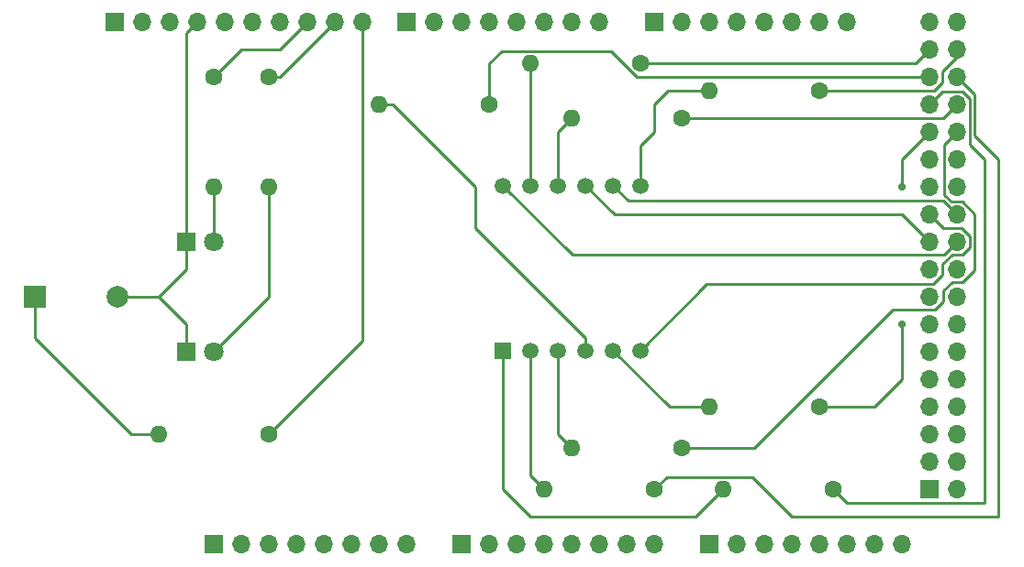
<source format=gtl>
G04 #@! TF.GenerationSoftware,KiCad,Pcbnew,(6.0.8)*
G04 #@! TF.CreationDate,2022-10-24T16:19:34-07:00*
G04 #@! TF.ProjectId,p_4,705f342e-6b69-4636-9164-5f7063625858,rev?*
G04 #@! TF.SameCoordinates,Original*
G04 #@! TF.FileFunction,Copper,L1,Top*
G04 #@! TF.FilePolarity,Positive*
%FSLAX46Y46*%
G04 Gerber Fmt 4.6, Leading zero omitted, Abs format (unit mm)*
G04 Created by KiCad (PCBNEW (6.0.8)) date 2022-10-24 16:19:34*
%MOMM*%
%LPD*%
G01*
G04 APERTURE LIST*
G04 #@! TA.AperFunction,ComponentPad*
%ADD10R,1.700000X1.700000*%
G04 #@! TD*
G04 #@! TA.AperFunction,ComponentPad*
%ADD11O,1.700000X1.700000*%
G04 #@! TD*
G04 #@! TA.AperFunction,ComponentPad*
%ADD12C,1.600000*%
G04 #@! TD*
G04 #@! TA.AperFunction,ComponentPad*
%ADD13O,1.600000X1.600000*%
G04 #@! TD*
G04 #@! TA.AperFunction,ComponentPad*
%ADD14R,1.800000X1.800000*%
G04 #@! TD*
G04 #@! TA.AperFunction,ComponentPad*
%ADD15C,1.800000*%
G04 #@! TD*
G04 #@! TA.AperFunction,ComponentPad*
%ADD16R,1.500000X1.500000*%
G04 #@! TD*
G04 #@! TA.AperFunction,ComponentPad*
%ADD17C,1.500000*%
G04 #@! TD*
G04 #@! TA.AperFunction,ComponentPad*
%ADD18R,2.000000X2.000000*%
G04 #@! TD*
G04 #@! TA.AperFunction,ComponentPad*
%ADD19C,2.000000*%
G04 #@! TD*
G04 #@! TA.AperFunction,ViaPad*
%ADD20C,0.700000*%
G04 #@! TD*
G04 #@! TA.AperFunction,Conductor*
%ADD21C,0.250000*%
G04 #@! TD*
G04 APERTURE END LIST*
D10*
X193980000Y-92380000D03*
D11*
X196520000Y-92380000D03*
X193980000Y-89840000D03*
X196520000Y-89840000D03*
X193980000Y-87300000D03*
X196520000Y-87300000D03*
X193980000Y-84760000D03*
X196520000Y-84760000D03*
X193980000Y-82220000D03*
X196520000Y-82220000D03*
X193980000Y-79680000D03*
X196520000Y-79680000D03*
X193980000Y-77140000D03*
X196520000Y-77140000D03*
X193980000Y-74600000D03*
X196520000Y-74600000D03*
X193980000Y-72060000D03*
X196520000Y-72060000D03*
X193980000Y-69520000D03*
X196520000Y-69520000D03*
X193980000Y-66980000D03*
X196520000Y-66980000D03*
X193980000Y-64440000D03*
X196520000Y-64440000D03*
X193980000Y-61900000D03*
X196520000Y-61900000D03*
X193980000Y-59360000D03*
X196520000Y-59360000D03*
X193980000Y-56820000D03*
X196520000Y-56820000D03*
X193980000Y-54280000D03*
X196520000Y-54280000D03*
X193980000Y-51740000D03*
X196520000Y-51740000D03*
X193980000Y-49200000D03*
X196520000Y-49200000D03*
D10*
X127940000Y-97460000D03*
D11*
X130480000Y-97460000D03*
X133020000Y-97460000D03*
X135560000Y-97460000D03*
X138100000Y-97460000D03*
X140640000Y-97460000D03*
X143180000Y-97460000D03*
X145720000Y-97460000D03*
D10*
X150800000Y-97460000D03*
D11*
X153340000Y-97460000D03*
X155880000Y-97460000D03*
X158420000Y-97460000D03*
X160960000Y-97460000D03*
X163500000Y-97460000D03*
X166040000Y-97460000D03*
X168580000Y-97460000D03*
D10*
X173660000Y-97460000D03*
D11*
X176200000Y-97460000D03*
X178740000Y-97460000D03*
X181280000Y-97460000D03*
X183820000Y-97460000D03*
X186360000Y-97460000D03*
X188900000Y-97460000D03*
X191440000Y-97460000D03*
D10*
X118796000Y-49200000D03*
D11*
X121336000Y-49200000D03*
X123876000Y-49200000D03*
X126416000Y-49200000D03*
X128956000Y-49200000D03*
X131496000Y-49200000D03*
X134036000Y-49200000D03*
X136576000Y-49200000D03*
X139116000Y-49200000D03*
X141656000Y-49200000D03*
D10*
X145720000Y-49200000D03*
D11*
X148260000Y-49200000D03*
X150800000Y-49200000D03*
X153340000Y-49200000D03*
X155880000Y-49200000D03*
X158420000Y-49200000D03*
X160960000Y-49200000D03*
X163500000Y-49200000D03*
D10*
X168580000Y-49200000D03*
D11*
X171120000Y-49200000D03*
X173660000Y-49200000D03*
X176200000Y-49200000D03*
X178740000Y-49200000D03*
X181280000Y-49200000D03*
X183820000Y-49200000D03*
X186360000Y-49200000D03*
D12*
X127940000Y-54280000D03*
D13*
X127940000Y-64440000D03*
D14*
X125400000Y-69520000D03*
D15*
X127940000Y-69520000D03*
D12*
X168580000Y-92380000D03*
D13*
X158420000Y-92380000D03*
D12*
X167310000Y-53010000D03*
D13*
X157150000Y-53010000D03*
D12*
X171120000Y-88570000D03*
D13*
X160960000Y-88570000D03*
D12*
X185090000Y-92380000D03*
D13*
X174930000Y-92380000D03*
D12*
X183820000Y-55550000D03*
D13*
X173660000Y-55550000D03*
D12*
X133020000Y-87300000D03*
D13*
X122860000Y-87300000D03*
D12*
X153340000Y-56820000D03*
D13*
X143180000Y-56820000D03*
D12*
X171120000Y-58090000D03*
D13*
X160960000Y-58090000D03*
D16*
X154610000Y-79537500D03*
D17*
X157150000Y-79537500D03*
X159690000Y-79537500D03*
X162230000Y-79537500D03*
X164770000Y-79537500D03*
X167310000Y-79537500D03*
X167310000Y-64297500D03*
X164770000Y-64297500D03*
X162230000Y-64297500D03*
X159690000Y-64297500D03*
X157150000Y-64297500D03*
X154610000Y-64297500D03*
D12*
X183820000Y-84760000D03*
D13*
X173660000Y-84760000D03*
D18*
X111440000Y-74600000D03*
D19*
X119040000Y-74600000D03*
D14*
X125400000Y-79680000D03*
D15*
X127940000Y-79680000D03*
D12*
X133020000Y-54280000D03*
D13*
X133020000Y-64440000D03*
D20*
X191440000Y-64440000D03*
X191440000Y-77140000D03*
D21*
X125400000Y-77140000D02*
X122860000Y-74600000D01*
X122860000Y-74600000D02*
X119040000Y-74600000D01*
X125400000Y-69520000D02*
X125400000Y-72060000D01*
X125400000Y-50216000D02*
X126416000Y-49200000D01*
X125400000Y-72060000D02*
X122860000Y-74600000D01*
X125400000Y-79680000D02*
X125400000Y-77140000D01*
X125400000Y-69520000D02*
X125400000Y-50216000D01*
X191440000Y-66980000D02*
X193980000Y-69520000D01*
X164912500Y-66980000D02*
X191440000Y-66980000D01*
X162230000Y-64297500D02*
X164912500Y-66980000D01*
X161007500Y-70695000D02*
X195345000Y-70695000D01*
X195345000Y-70695000D02*
X196520000Y-69520000D01*
X154610000Y-64297500D02*
X161007500Y-70695000D01*
X167310000Y-79537500D02*
X173422500Y-73425000D01*
X195250000Y-68250000D02*
X193980000Y-66980000D01*
X197695000Y-70006701D02*
X197695000Y-69033299D01*
X194276701Y-73425000D02*
X195155000Y-72546701D01*
X173422500Y-73425000D02*
X194276701Y-73425000D01*
X196911701Y-68250000D02*
X195250000Y-68250000D01*
X196033299Y-70695000D02*
X197006701Y-70695000D01*
X197006701Y-70695000D02*
X197695000Y-70006701D01*
X195155000Y-71573299D02*
X196033299Y-70695000D01*
X197695000Y-69033299D02*
X196911701Y-68250000D01*
X195155000Y-72546701D02*
X195155000Y-71573299D01*
X166182500Y-65710000D02*
X195250000Y-65710000D01*
X195250000Y-65710000D02*
X196520000Y-66980000D01*
X164770000Y-64297500D02*
X166182500Y-65710000D01*
X191440000Y-82220000D02*
X191440000Y-77140000D01*
X191440000Y-61900000D02*
X193980000Y-59360000D01*
X188900000Y-84760000D02*
X191440000Y-82220000D01*
X191440000Y-64440000D02*
X191440000Y-61900000D01*
X183820000Y-84760000D02*
X188900000Y-84760000D01*
X195250000Y-74991701D02*
X194466701Y-75775000D01*
X195981395Y-65805000D02*
X197006701Y-65805000D01*
X195345000Y-60535000D02*
X195345000Y-65168605D01*
X194466701Y-75775000D02*
X190585991Y-75775000D01*
X198145000Y-66943299D02*
X198145000Y-72096701D01*
X196033299Y-73235000D02*
X195250000Y-74018299D01*
X177790991Y-88570000D02*
X171120000Y-88570000D01*
X198145000Y-72096701D02*
X197006701Y-73235000D01*
X197006701Y-65805000D02*
X198145000Y-66943299D01*
X196520000Y-59360000D02*
X195345000Y-60535000D01*
X195345000Y-65168605D02*
X195981395Y-65805000D01*
X195250000Y-74018299D02*
X195250000Y-74991701D01*
X197006701Y-73235000D02*
X196033299Y-73235000D01*
X190585991Y-75775000D02*
X177790991Y-88570000D01*
X197695000Y-60535000D02*
X197695000Y-56333299D01*
X195155000Y-55645000D02*
X193980000Y-56820000D01*
X199060000Y-93650000D02*
X186360000Y-93650000D01*
X199060000Y-61900000D02*
X197695000Y-60535000D01*
X197006701Y-55645000D02*
X195155000Y-55645000D01*
X199060000Y-61900000D02*
X199060000Y-93650000D01*
X186360000Y-93650000D02*
X185090000Y-92380000D01*
X197695000Y-56333299D02*
X197006701Y-55645000D01*
X171120000Y-58090000D02*
X195250000Y-58090000D01*
X195250000Y-58090000D02*
X196520000Y-56820000D01*
X154465000Y-51885000D02*
X164594009Y-51885000D01*
X164594009Y-51885000D02*
X166989009Y-54280000D01*
X166989009Y-54280000D02*
X193980000Y-54280000D01*
X153340000Y-53010000D02*
X153340000Y-56820000D01*
X154465000Y-51885000D02*
X153340000Y-53010000D01*
X177615000Y-91255000D02*
X169705000Y-91255000D01*
X198145000Y-55905000D02*
X198145000Y-59715000D01*
X181280000Y-94920000D02*
X177615000Y-91255000D01*
X196520000Y-54280000D02*
X198145000Y-55905000D01*
X169705000Y-91255000D02*
X168580000Y-92380000D01*
X200330000Y-61900000D02*
X200330000Y-94920000D01*
X198145000Y-59715000D02*
X200330000Y-61900000D01*
X200330000Y-94920000D02*
X181280000Y-94920000D01*
X192710000Y-53010000D02*
X193980000Y-51740000D01*
X167310000Y-53010000D02*
X192710000Y-53010000D01*
X194371701Y-55550000D02*
X195155000Y-54766701D01*
X196520000Y-52376396D02*
X196520000Y-51740000D01*
X195155000Y-53741396D02*
X196520000Y-52376396D01*
X195155000Y-54766701D02*
X195155000Y-53741396D01*
X183820000Y-55550000D02*
X194371701Y-55550000D01*
X172390000Y-94920000D02*
X174930000Y-92380000D01*
X157150000Y-94920000D02*
X172390000Y-94920000D01*
X157150000Y-94920000D02*
X154610000Y-92380000D01*
X154610000Y-92380000D02*
X154610000Y-79537500D01*
X157150000Y-79537500D02*
X157150000Y-91110000D01*
X157150000Y-91110000D02*
X158420000Y-92380000D01*
X159690000Y-87300000D02*
X160960000Y-88570000D01*
X159690000Y-79537500D02*
X159690000Y-87300000D01*
X162230000Y-79537500D02*
X162230000Y-78410000D01*
X144450000Y-56820000D02*
X152070000Y-64440000D01*
X152070000Y-68250000D02*
X152070000Y-64440000D01*
X143180000Y-56820000D02*
X144450000Y-56820000D01*
X162230000Y-78410000D02*
X152070000Y-68250000D01*
X164770000Y-79537500D02*
X169992500Y-84760000D01*
X169992500Y-84760000D02*
X173660000Y-84760000D01*
X167310000Y-64297500D02*
X167310000Y-60630000D01*
X173660000Y-55550000D02*
X169850000Y-55550000D01*
X168580000Y-59360000D02*
X168580000Y-56820000D01*
X167310000Y-60630000D02*
X168580000Y-59360000D01*
X168580000Y-56820000D02*
X169850000Y-55550000D01*
X159690000Y-59360000D02*
X160960000Y-58090000D01*
X159690000Y-64297500D02*
X159690000Y-59360000D01*
X157150000Y-64297500D02*
X157150000Y-53010000D01*
X134036000Y-51740000D02*
X130480000Y-51740000D01*
X130480000Y-51740000D02*
X127940000Y-54280000D01*
X136576000Y-49200000D02*
X134036000Y-51740000D01*
X139116000Y-49200000D02*
X134036000Y-54280000D01*
X134036000Y-54280000D02*
X133020000Y-54280000D01*
X141656000Y-78664000D02*
X141656000Y-49200000D01*
X133020000Y-87300000D02*
X141656000Y-78664000D01*
X111440000Y-78420000D02*
X120320000Y-87300000D01*
X111440000Y-74600000D02*
X111440000Y-78420000D01*
X120320000Y-87300000D02*
X122860000Y-87300000D01*
X127940000Y-69520000D02*
X127940000Y-64440000D01*
X127940000Y-79680000D02*
X133020000Y-74600000D01*
X133020000Y-64440000D02*
X133020000Y-74600000D01*
M02*

</source>
